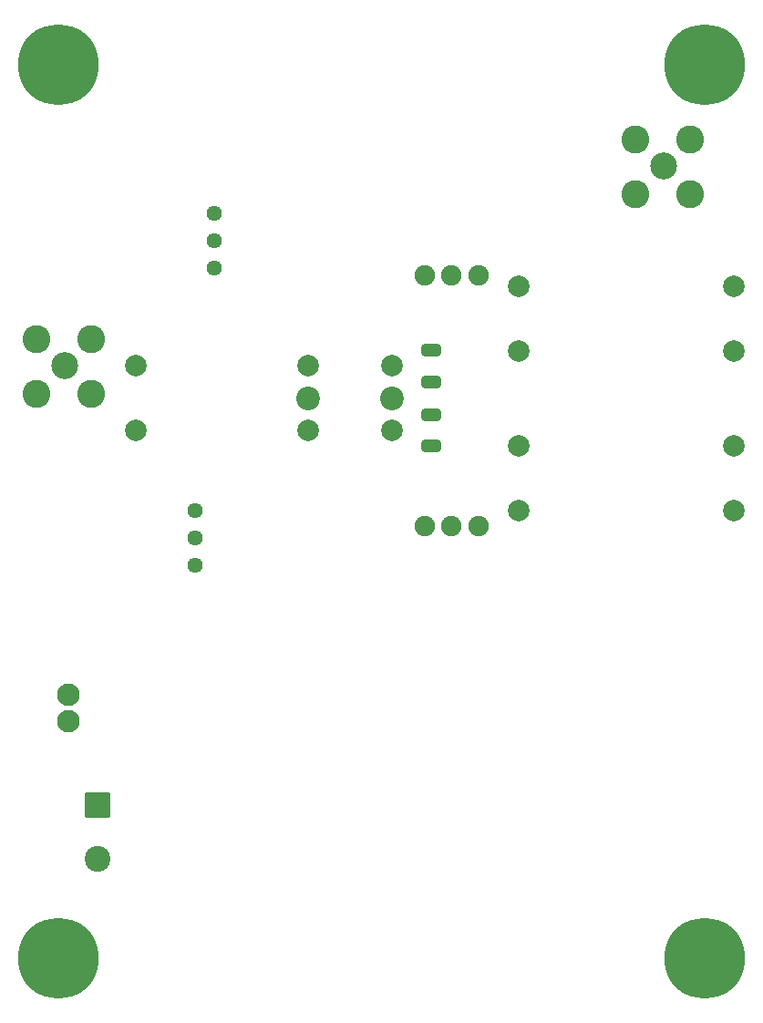
<source format=gbr>
G04 #@! TF.GenerationSoftware,KiCad,Pcbnew,9.0.1*
G04 #@! TF.CreationDate,2025-05-04T20:25:12-04:00*
G04 #@! TF.ProjectId,t41_2_power_amplifier,7434315f-325f-4706-9f77-65725f616d70,1.5*
G04 #@! TF.SameCoordinates,Original*
G04 #@! TF.FileFunction,Soldermask,Bot*
G04 #@! TF.FilePolarity,Negative*
%FSLAX46Y46*%
G04 Gerber Fmt 4.6, Leading zero omitted, Abs format (unit mm)*
G04 Created by KiCad (PCBNEW 9.0.1) date 2025-05-04 20:25:12*
%MOMM*%
%LPD*%
G01*
G04 APERTURE LIST*
G04 Aperture macros list*
%AMRoundRect*
0 Rectangle with rounded corners*
0 $1 Rounding radius*
0 $2 $3 $4 $5 $6 $7 $8 $9 X,Y pos of 4 corners*
0 Add a 4 corners polygon primitive as box body*
4,1,4,$2,$3,$4,$5,$6,$7,$8,$9,$2,$3,0*
0 Add four circle primitives for the rounded corners*
1,1,$1+$1,$2,$3*
1,1,$1+$1,$4,$5*
1,1,$1+$1,$6,$7*
1,1,$1+$1,$8,$9*
0 Add four rect primitives between the rounded corners*
20,1,$1+$1,$2,$3,$4,$5,0*
20,1,$1+$1,$4,$5,$6,$7,0*
20,1,$1+$1,$6,$7,$8,$9,0*
20,1,$1+$1,$8,$9,$2,$3,0*%
G04 Aperture macros list end*
%ADD10C,1.440000*%
%ADD11C,2.000000*%
%ADD12C,2.200000*%
%ADD13C,1.905000*%
%ADD14C,7.500000*%
%ADD15C,2.600000*%
%ADD16C,2.500000*%
%ADD17RoundRect,0.250001X-0.949999X0.949999X-0.949999X-0.949999X0.949999X-0.949999X0.949999X0.949999X0*%
%ADD18C,2.400000*%
%ADD19C,2.100000*%
%ADD20RoundRect,0.250000X-0.650000X0.325000X-0.650000X-0.325000X0.650000X-0.325000X0.650000X0.325000X0*%
%ADD21RoundRect,0.250000X0.650000X-0.325000X0.650000X0.325000X-0.650000X0.325000X-0.650000X-0.325000X0*%
G04 APERTURE END LIST*
D10*
X134450000Y-77900000D03*
X134450000Y-75360000D03*
X134450000Y-72820000D03*
D11*
X127200000Y-87000000D03*
X127200000Y-93000000D03*
X143200000Y-93000000D03*
D12*
X143200000Y-90000000D03*
D11*
X143200000Y-87000000D03*
D13*
X154000000Y-78621500D03*
X156500000Y-78621500D03*
X159000000Y-78621500D03*
D14*
X180000000Y-59000000D03*
D11*
X162700000Y-94400000D03*
X162700000Y-100400000D03*
X182700000Y-100400000D03*
X182700000Y-94400000D03*
D10*
X132700000Y-105550000D03*
X132700000Y-103010000D03*
X132700000Y-100470000D03*
D11*
X162700000Y-79600000D03*
X162700000Y-85600000D03*
X182700000Y-85600000D03*
X182700000Y-79600000D03*
D14*
X120000000Y-59000000D03*
X180000000Y-142000000D03*
D15*
X173600000Y-66000000D03*
X173600000Y-71080000D03*
X178680000Y-66000000D03*
X178680000Y-71080000D03*
D16*
X176240000Y-68465000D03*
D13*
X159000000Y-101837500D03*
X156500000Y-101837500D03*
X154000000Y-101837500D03*
D17*
X123600000Y-127800000D03*
D18*
X123600000Y-132800000D03*
D15*
X117950000Y-84500000D03*
X117950000Y-89580000D03*
X123030000Y-84500000D03*
X123030000Y-89580000D03*
D16*
X120590000Y-86965000D03*
D19*
X120900000Y-117500000D03*
X120900000Y-120000000D03*
D14*
X120000000Y-142000000D03*
D11*
X151000000Y-87000000D03*
D12*
X151000000Y-90000000D03*
D11*
X151000000Y-93000000D03*
D20*
X154600000Y-91500000D03*
X154600000Y-94450000D03*
D21*
X154650000Y-88500000D03*
X154650000Y-85550000D03*
M02*

</source>
